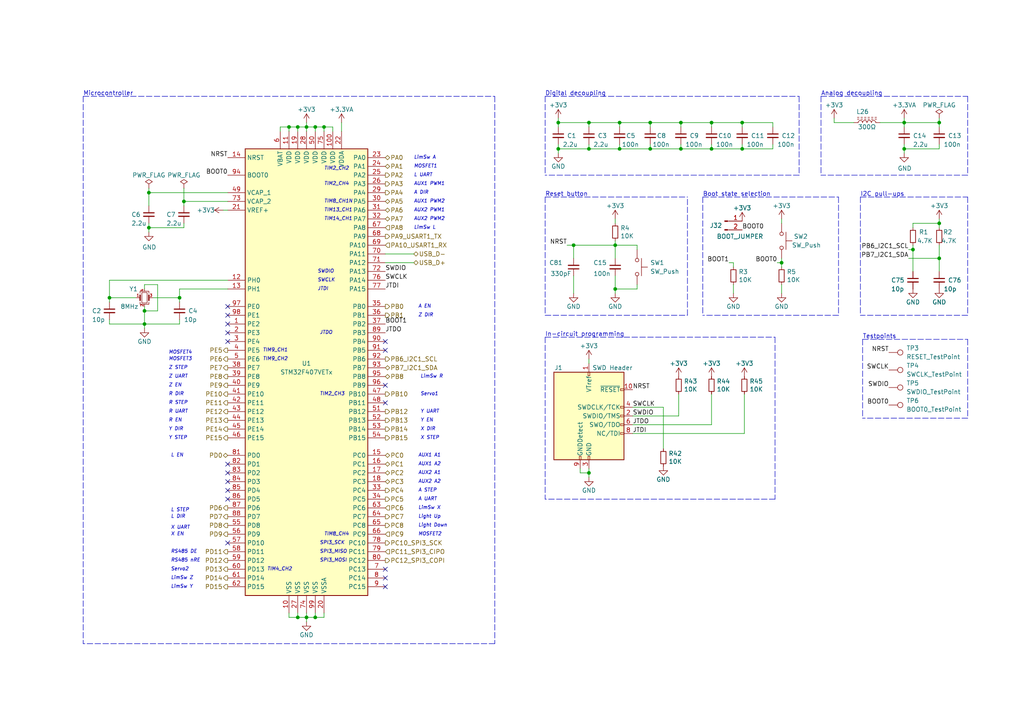
<source format=kicad_sch>
(kicad_sch (version 20211123) (generator eeschema)
  (paper "A4")
  (title_block (title "LumenPnP Motherboard") (date "2022-10-06") (rev "04A") (company "Opulo.io") (comment 1 "Reengineered by Magpie"))
  (lib_symbols
    (symbol "Connector:Conn_01x02_Male" (pin_names (offset 1.016) hide)
      (property "Reference" "J" (at 0 2.54 0))
      (property "Value" "Conn_01x02_Male" (at 0 -5.08 0))
      (symbol "Conn_01x02_Male_1_1"
        (pin passive line (at 5.08 0 180) (length 3.81) (name "Pin_1") (number "1"))
        (pin passive line (at 5.08 -2.54 180) (length 3.81) (name "Pin_2") (number "2"))
      )
    )
    (symbol "Connector:Conn_ARM_JTAG_SWD_10" (pin_names (offset 1.016))
      (property "Reference" "J" (at -2.54 16.51 0))
      (property "Value" "Conn_ARM_JTAG_SWD_10" (at -2.54 13.97 0))
      (symbol "Conn_ARM_JTAG_SWD_10_1_1"
        (pin power_in line (at 0 15.24 270) (length 2.54) (name "VTref") (number "1"))
        (pin open_collector line (at 12.7 7.62 180) (length 2.54) (name "~{RESET}") (number "10"))
        (pin bidirectional line (at 12.7 0 180) (length 2.54) (name "SWDIO/TMS") (number "2"))
        (pin power_in line (at 0 -15.24 90) (length 2.54) (name "GND") (number "3"))
        (pin output line (at 12.7 2.54 180) (length 2.54) (name "SWDCLK/TCK") (number "4"))
        (pin passive line (at 0 -15.24 90) (length 2.54) hide (name "GND") (number "5"))
        (pin input line (at 12.7 -2.54 180) (length 2.54) (name "SWO/TDO") (number "6"))
        (pin no_connect line (at -10.16 0 0) (length 2.54) hide (name "KEY") (number "7"))
        (pin output line (at 12.7 -5.08 180) (length 2.54) (name "NC/TDI") (number "8"))
        (pin passive line (at -2.54 -15.24 90) (length 2.54) (name "GNDDetect") (number "9"))
      )
    )
    (symbol "Connector:TestPoint" (pin_numbers hide) (pin_names (offset 0.762) hide)
      (property "Reference" "TP" (at 0 6.858 0))
      (property "Value" "TestPoint" (at 0 5.08 0))
      (symbol "TestPoint_1_1"
        (pin passive line (at 0 0 90) (length 2.54) (name "1") (number "1"))
      )
    )
    (symbol "Device:300Ω" (pin_numbers hide) (pin_names (offset 1.016) hide)
      (property "Reference" "L?" (at 0 5.3635 90))
      (property "Value" "300Ω" (at 0 2.5884 90))
      (symbol "300Ω_1_1"
        (pin passive line (at 0 3.81 270) (length 1.27) (name "1") (number "1"))
        (pin passive line (at 0 -3.81 90) (length 1.27) (name "2") (number "2"))
      )
    )
    (symbol "Device:C_Small" (pin_numbers hide) (pin_names (offset 0.254) hide)
      (property "Reference" "C" (at 0.254 1.778 0))
      (property "Value" "C_Small" (at 0.254 -2.032 0))
      (symbol "C_Small_1_1"
        (pin passive line (at 0 2.54 270) (length 2.032) (name "~") (number "1"))
        (pin passive line (at 0 -2.54 90) (length 2.032) (name "~") (number "2"))
      )
    )
    (symbol "Device:Crystal_GND24_Small" (pin_names (offset 1.016) hide)
      (property "Reference" "Y" (at 1.27 4.445 0))
      (property "Value" "Crystal_GND24_Small" (at 1.27 2.54 0))
      (symbol "Crystal_GND24_Small_1_1"
        (pin passive line (at -2.54 0 0) (length 1.27) (name "1") (number "1"))
        (pin passive line (at 0 -2.54 90) (length 0.635) (name "2") (number "2"))
        (pin passive line (at 2.54 0 180) (length 1.27) (name "3") (number "3"))
        (pin passive line (at 0 2.54 270) (length 0.635) (name "4") (number "4"))
      )
    )
    (symbol "Device:R_Small" (pin_numbers hide) (pin_names (offset 0.254) hide)
      (property "Reference" "R" (at 0.762 0.508 0))
      (property "Value" "R_Small" (at 0.762 -1.016 0))
      (symbol "R_Small_1_1"
        (pin passive line (at 0 2.54 270) (length 0.762) (name "~") (number "1"))
        (pin passive line (at 0 -2.54 90) (length 0.762) (name "~") (number "2"))
      )
    )
    (symbol "MCU_ST_STM32F4:STM32F407VETx"
      (property "Reference" "U" (at -17.78 64.77 0))
      (property "Value" "STM32F407VETx" (at 12.7 64.77 0))
      (symbol "STM32F407VETx_1_1"
        (pin bidirectional line (at -22.86 12.7 0) (length 5.08) (name "PE2") (number "1"))
        (pin power_in line (at -5.08 -71.12 90) (length 5.08) (name "VSS") (number "10"))
        (pin power_in line (at 7.62 68.58 270) (length 5.08) (name "VDD") (number "100"))
        (pin power_in line (at -5.08 68.58 270) (length 5.08) (name "VDD") (number "11"))
        (pin input line (at -22.86 25.4 0) (length 5.08) (name "PH0") (number "12"))
        (pin input line (at -22.86 22.86 0) (length 5.08) (name "PH1") (number "13"))
        (pin input line (at -22.86 60.96 0) (length 5.08) (name "NRST") (number "14"))
        (pin bidirectional line (at 22.86 -25.4 180) (length 5.08) (name "PC0") (number "15"))
        (pin bidirectional line (at 22.86 -27.94 180) (length 5.08) (name "PC1") (number "16"))
        (pin bidirectional line (at 22.86 -30.48 180) (length 5.08) (name "PC2") (number "17"))
        (pin bidirectional line (at 22.86 -33.02 180) (length 5.08) (name "PC3") (number "18"))
        (pin power_in line (at -2.54 68.58 270) (length 5.08) (name "VDD") (number "19"))
        (pin bidirectional line (at -22.86 10.16 0) (length 5.08) (name "PE3") (number "2"))
        (pin power_in line (at 5.08 -71.12 90) (length 5.08) (name "VSSA") (number "20"))
        (pin power_in line (at -22.86 45.72 0) (length 5.08) (name "VREF+") (number "21"))
        (pin power_in line (at 10.16 68.58 270) (length 5.08) (name "VDDA") (number "22"))
        (pin bidirectional line (at 22.86 60.96 180) (length 5.08) (name "PA0") (number "23"))
        (pin bidirectional line (at 22.86 58.42 180) (length 5.08) (name "PA1") (number "24"))
        (pin bidirectional line (at 22.86 55.88 180) (length 5.08) (name "PA2") (number "25"))
        (pin bidirectional line (at 22.86 53.34 180) (length 5.08) (name "PA3") (number "26"))
        (pin power_in line (at -2.54 -71.12 90) (length 5.08) (name "VSS") (number "27"))
        (pin power_in line (at 0 68.58 270) (length 5.08) (name "VDD") (number "28"))
        (pin bidirectional line (at 22.86 50.8 180) (length 5.08) (name "PA4") (number "29"))
        (pin bidirectional line (at -22.86 7.62 0) (length 5.08) (name "PE4") (number "3"))
        (pin bidirectional line (at 22.86 48.26 180) (length 5.08) (name "PA5") (number "30"))
        (pin bidirectional line (at 22.86 45.72 180) (length 5.08) (name "PA6") (number "31"))
        (pin bidirectional line (at 22.86 43.18 180) (length 5.08) (name "PA7") (number "32"))
        (pin bidirectional line (at 22.86 -35.56 180) (length 5.08) (name "PC4") (number "33"))
        (pin bidirectional line (at 22.86 -38.1 180) (length 5.08) (name "PC5") (number "34"))
        (pin bidirectional line (at 22.86 17.78 180) (length 5.08) (name "PB0") (number "35"))
        (pin bidirectional line (at 22.86 15.24 180) (length 5.08) (name "PB1") (number "36"))
        (pin bidirectional line (at 22.86 12.7 180) (length 5.08) (name "PB2") (number "37"))
        (pin bidirectional line (at -22.86 0 0) (length 5.08) (name "PE7") (number "38"))
        (pin bidirectional line (at -22.86 -2.54 0) (length 5.08) (name "PE8") (number "39"))
        (pin bidirectional line (at -22.86 5.08 0) (length 5.08) (name "PE5") (number "4"))
        (pin bidirectional line (at -22.86 -5.08 0) (length 5.08) (name "PE9") (number "40"))
        (pin bidirectional line (at -22.86 -7.62 0) (length 5.08) (name "PE10") (number "41"))
        (pin bidirectional line (at -22.86 -10.16 0) (length 5.08) (name "PE11") (number "42"))
        (pin bidirectional line (at -22.86 -12.7 0) (length 5.08) (name "PE12") (number "43"))
        (pin bidirectional line (at -22.86 -15.24 0) (length 5.08) (name "PE13") (number "44"))
        (pin bidirectional line (at -22.86 -17.78 0) (length 5.08) (name "PE14") (number "45"))
        (pin bidirectional line (at -22.86 -20.32 0) (length 5.08) (name "PE15") (number "46"))
        (pin bidirectional line (at 22.86 -7.62 180) (length 5.08) (name "PB10") (number "47"))
        (pin bidirectional line (at 22.86 -10.16 180) (length 5.08) (name "PB11") (number "48"))
        (pin power_in line (at -22.86 50.8 0) (length 5.08) (name "VCAP_1") (number "49"))
        (pin bidirectional line (at -22.86 2.54 0) (length 5.08) (name "PE6") (number "5"))
        (pin power_in line (at 2.54 68.58 270) (length 5.08) (name "VDD") (number "50"))
        (pin bidirectional line (at 22.86 -12.7 180) (length 5.08) (name "PB12") (number "51"))
        (pin bidirectional line (at 22.86 -15.24 180) (length 5.08) (name "PB13") (number "52"))
        (pin bidirectional line (at 22.86 -17.78 180) (length 5.08) (name "PB14") (number "53"))
        (pin bidirectional line (at 22.86 -20.32 180) (length 5.08) (name "PB15") (number "54"))
        (pin bidirectional line (at -22.86 -45.72 0) (length 5.08) (name "PD8") (number "55"))
        (pin bidirectional line (at -22.86 -48.26 0) (length 5.08) (name "PD9") (number "56"))
        (pin bidirectional line (at -22.86 -50.8 0) (length 5.08) (name "PD10") (number "57"))
        (pin bidirectional line (at -22.86 -53.34 0) (length 5.08) (name "PD11") (number "58"))
        (pin bidirectional line (at -22.86 -55.88 0) (length 5.08) (name "PD12") (number "59"))
        (pin power_in line (at -7.62 68.58 270) (length 5.08) (name "VBAT") (number "6"))
        (pin bidirectional line (at -22.86 -58.42 0) (length 5.08) (name "PD13") (number "60"))
        (pin bidirectional line (at -22.86 -60.96 0) (length 5.08) (name "PD14") (number "61"))
        (pin bidirectional line (at -22.86 -63.5 0) (length 5.08) (name "PD15") (number "62"))
        (pin bidirectional line (at 22.86 -40.64 180) (length 5.08) (name "PC6") (number "63"))
        (pin bidirectional line (at 22.86 -43.18 180) (length 5.08) (name "PC7") (number "64"))
        (pin bidirectional line (at 22.86 -45.72 180) (length 5.08) (name "PC8") (number "65"))
        (pin bidirectional line (at 22.86 -48.26 180) (length 5.08) (name "PC9") (number "66"))
        (pin bidirectional line (at 22.86 40.64 180) (length 5.08) (name "PA8") (number "67"))
        (pin bidirectional line (at 22.86 38.1 180) (length 5.08) (name "PA9") (number "68"))
        (pin bidirectional line (at 22.86 35.56 180) (length 5.08) (name "PA10") (number "69"))
        (pin bidirectional line (at 22.86 -58.42 180) (length 5.08) (name "PC13") (number "7"))
        (pin bidirectional line (at 22.86 33.02 180) (length 5.08) (name "PA11") (number "70"))
        (pin bidirectional line (at 22.86 30.48 180) (length 5.08) (name "PA12") (number "71"))
        (pin bidirectional line (at 22.86 27.94 180) (length 5.08) (name "PA13") (number "72"))
        (pin power_in line (at -22.86 48.26 0) (length 5.08) (name "VCAP_2") (number "73"))
        (pin power_in line (at 0 -71.12 90) (length 5.08) (name "VSS") (number "74"))
        (pin power_in line (at 5.08 68.58 270) (length 5.08) (name "VDD") (number "75"))
        (pin bidirectional line (at 22.86 25.4 180) (length 5.08) (name "PA14") (number "76"))
        (pin bidirectional line (at 22.86 22.86 180) (length 5.08) (name "PA15") (number "77"))
        (pin bidirectional line (at 22.86 -50.8 180) (length 5.08) (name "PC10") (number "78"))
        (pin bidirectional line (at 22.86 -53.34 180) (length 5.08) (name "PC11") (number "79"))
        (pin bidirectional line (at 22.86 -60.96 180) (length 5.08) (name "PC14") (number "8"))
        (pin bidirectional line (at 22.86 -55.88 180) (length 5.08) (name "PC12") (number "80"))
        (pin bidirectional line (at -22.86 -25.4 0) (length 5.08) (name "PD0") (number "81"))
        (pin bidirectional line (at -22.86 -27.94 0) (length 5.08) (name "PD1") (number "82"))
        (pin bidirectional line (at -22.86 -30.48 0) (length 5.08) (name "PD2") (number "83"))
        (pin bidirectional line (at -22.86 -33.02 0) (length 5.08) (name "PD3") (number "84"))
        (pin bidirectional line (at -22.86 -35.56 0) (length 5.08) (name "PD4") (number "85"))
        (pin bidirectional line (at -22.86 -38.1 0) (length 5.08) (name "PD5") (number "86"))
        (pin bidirectional line (at -22.86 -40.64 0) (length 5.08) (name "PD6") (number "87"))
        (pin bidirectional line (at -22.86 -43.18 0) (length 5.08) (name "PD7") (number "88"))
        (pin bidirectional line (at 22.86 10.16 180) (length 5.08) (name "PB3") (number "89"))
        (pin bidirectional line (at 22.86 -63.5 180) (length 5.08) (name "PC15") (number "9"))
        (pin bidirectional line (at 22.86 7.62 180) (length 5.08) (name "PB4") (number "90"))
        (pin bidirectional line (at 22.86 5.08 180) (length 5.08) (name "PB5") (number "91"))
        (pin bidirectional line (at 22.86 2.54 180) (length 5.08) (name "PB6") (number "92"))
        (pin bidirectional line (at 22.86 0 180) (length 5.08) (name "PB7") (number "93"))
        (pin input line (at -22.86 55.88 0) (length 5.08) (name "BOOT0") (number "94"))
        (pin bidirectional line (at 22.86 -2.54 180) (length 5.08) (name "PB8") (number "95"))
        (pin bidirectional line (at 22.86 -5.08 180) (length 5.08) (name "PB9") (number "96"))
        (pin bidirectional line (at -22.86 17.78 0) (length 5.08) (name "PE0") (number "97"))
        (pin bidirectional line (at -22.86 15.24 0) (length 5.08) (name "PE1") (number "98"))
        (pin power_in line (at 2.54 -71.12 90) (length 5.08) (name "VSS") (number "99"))
      )
    )
    (symbol "Switch:SW_Push" (pin_numbers hide) (pin_names (offset 1.016) hide)
      (property "Reference" "SW" (at 1.27 2.54 0))
      (property "Value" "SW_Push" (at 0 -1.524 0))
      (symbol "SW_Push_0_1"
        (pin passive line (at -5.08 0 0) (length 2.54) (name "1") (number "1"))
        (pin passive line (at 5.08 0 180) (length 2.54) (name "2") (number "2"))
      )
    )
    (symbol "power:+3.3V" (power) (pin_names (offset 0))
      (property "Value" "+3.3V" (at 0 3.556 0))
      (symbol "+3.3V_1_1"
        (pin power_in line (at 0 0 90) (length 0) hide (name "+3V3") (number "1"))
      )
    )
    (symbol "power:+3.3VA" (power) (pin_names (offset 0))
      (property "Value" "+3.3VA" (at 0 3.556 0))
      (symbol "+3.3VA_1_1"
        (pin power_in line (at 0 0 90) (length 0) hide (name "+3.3VA") (number "1"))
      )
    )
    (symbol "power:+3V3" (power) (pin_names (offset 0))
      (property "Value" "+3V3" (at 0 3.556 0))
      (symbol "+3V3_1_1"
        (pin power_in line (at 0 0 90) (length 0) hide (name "+3V3") (number "1"))
      )
    )
    (symbol "power:GND" (power) (pin_names (offset 0))
      (property "Value" "GND" (at 0 -3.81 0))
      (symbol "GND_1_1"
        (pin power_in line (at 0 0 270) (length 0) hide (name "GND") (number "1"))
      )
    )
    (symbol "power:PWR_FLAG" (power) (pin_numbers hide) (pin_names (offset 0) hide)
      (property "Value" "PWR_FLAG" (at 0 3.81 0))
      (symbol "PWR_FLAG_0_0"
        (pin power_out line (at 0 0 90) (length 0) (name "pwr") (number "1"))
      )
    )
  )
  (junction (at 188.595 43.18))
  (junction (at 262.255 35.56))
  (junction (at 206.375 43.18))
  (junction (at 91.44 179.07))
  (junction (at 272.415 64.77))
  (junction (at 88.9 179.07))
  (junction (at 226.695 76.2))
  (junction (at 31.75 86.36))
  (junction (at 41.91 93.98))
  (junction (at 178.435 83.82))
  (junction (at 53.34 58.42))
  (junction (at 262.255 43.18))
  (junction (at 188.595 35.56))
  (junction (at 179.705 35.56))
  (junction (at 43.18 66.04))
  (junction (at 88.9 36.83))
  (junction (at 86.36 179.07))
  (junction (at 43.18 55.88))
  (junction (at 170.815 137.16))
  (junction (at 170.815 35.56))
  (junction (at 197.485 35.56))
  (junction (at 264.795 72.39))
  (junction (at 86.36 36.83))
  (junction (at 161.925 43.18))
  (junction (at 52.07 86.36))
  (junction (at 166.37 71.12))
  (junction (at 93.98 36.83))
  (junction (at 215.265 43.18))
  (junction (at 170.815 43.18))
  (junction (at 272.415 74.93))
  (junction (at 83.82 36.83))
  (junction (at 41.91 90.17))
  (junction (at 178.435 71.12))
  (junction (at 91.44 36.83))
  (junction (at 161.925 35.56))
  (junction (at 206.375 35.56))
  (junction (at 179.705 43.18))
  (junction (at 215.265 35.56))
  (junction (at 272.415 35.56))
  (junction (at 197.485 43.18))
  (no_connect (at 66.04 157.48))
  (no_connect (at 111.76 111.76))
  (no_connect (at 111.76 116.84))
  (no_connect (at 66.04 99.06))
  (no_connect (at 66.04 134.62))
  (no_connect (at 66.04 93.98))
  (no_connect (at 66.04 142.24))
  (no_connect (at 66.04 137.16))
  (no_connect (at 66.04 144.78))
  (no_connect (at 66.04 91.44))
  (no_connect (at 111.76 165.1))
  (no_connect (at 66.04 88.9))
  (no_connect (at 111.76 101.6))
  (no_connect (at 66.04 96.52))
  (no_connect (at 111.76 167.64))
  (no_connect (at 66.04 139.7))
  (no_connect (at 111.76 99.06))
  (no_connect (at 111.76 170.18))
  (wire (pts (xy 224.155 41.91) (xy 224.155 43.18)))
  (wire (pts (xy 170.815 35.56) (xy 179.705 35.56)))
  (wire (pts (xy 93.98 179.07) (xy 93.98 177.8)))
  (wire (pts (xy 224.155 35.56) (xy 224.155 36.83)))
  (wire (pts (xy 161.925 43.18) (xy 161.925 41.91)))
  (wire (pts (xy 31.75 87.63) (xy 31.75 86.36)))
  (wire (pts (xy 226.695 74.93) (xy 226.695 76.2)))
  (wire (pts (xy 161.925 36.83) (xy 161.925 35.56)))
  (polyline (pts (xy 224.79 97.79) (xy 224.79 144.78)))
  (polyline (pts (xy 231.775 27.94) (xy 231.775 50.8)))
  (wire (pts (xy 188.595 35.56) (xy 188.595 36.83)))
  (polyline (pts (xy 243.205 57.15) (xy 243.205 91.44)))
  (wire (pts (xy 66.04 83.82) (xy 52.07 83.82)))
  (wire (pts (xy 241.935 35.56) (xy 247.65 35.56)))
  (wire (pts (xy 225.425 76.2) (xy 226.695 76.2)))
  (wire (pts (xy 41.91 82.55) (xy 45.72 82.55)))
  (wire (pts (xy 88.9 177.8) (xy 88.9 179.07)))
  (polyline (pts (xy 158.115 97.79) (xy 158.115 144.78)))
  (wire (pts (xy 45.72 82.55) (xy 45.72 90.17)))
  (wire (pts (xy 192.405 118.11) (xy 183.515 118.11)))
  (wire (pts (xy 96.52 36.83) (xy 96.52 38.1)))
  (wire (pts (xy 262.255 36.83) (xy 262.255 35.56)))
  (wire (pts (xy 99.06 35.56) (xy 99.06 38.1)))
  (polyline (pts (xy 280.67 27.94) (xy 280.67 50.8)))
  (polyline (pts (xy 24.13 27.94) (xy 143.51 27.94)))
  (polyline (pts (xy 249.555 57.15) (xy 249.555 91.44)))
  (wire (pts (xy 241.935 34.29) (xy 241.935 35.56)))
  (wire (pts (xy 196.85 120.65) (xy 183.515 120.65)))
  (wire (pts (xy 41.91 93.98) (xy 41.91 95.25)))
  (wire (pts (xy 170.815 35.56) (xy 170.815 36.83)))
  (wire (pts (xy 166.37 71.12) (xy 166.37 74.93)))
  (wire (pts (xy 52.07 92.71) (xy 52.07 93.98)))
  (wire (pts (xy 272.415 35.56) (xy 272.415 36.83)))
  (polyline (pts (xy 243.205 91.44) (xy 203.835 91.44)))
  (wire (pts (xy 161.925 35.56) (xy 170.815 35.56)))
  (wire (pts (xy 168.275 137.16) (xy 170.815 137.16)))
  (wire (pts (xy 120.015 73.66) (xy 111.76 73.66)))
  (wire (pts (xy 272.415 43.18) (xy 262.255 43.18)))
  (polyline (pts (xy 203.835 57.15) (xy 243.205 57.15)))
  (wire (pts (xy 184.785 83.82) (xy 184.785 82.55)))
  (wire (pts (xy 31.75 92.71) (xy 31.75 93.98)))
  (wire (pts (xy 179.705 43.18) (xy 179.705 41.91)))
  (wire (pts (xy 31.75 93.98) (xy 41.91 93.98)))
  (wire (pts (xy 91.44 36.83) (xy 91.44 38.1)))
  (polyline (pts (xy 250.19 98.425) (xy 250.19 121.285)))
  (wire (pts (xy 83.82 36.83) (xy 83.82 38.1)))
  (polyline (pts (xy 238.125 27.94) (xy 280.67 27.94)))
  (wire (pts (xy 184.785 72.39) (xy 184.785 71.12)))
  (wire (pts (xy 206.375 35.56) (xy 206.375 36.83)))
  (wire (pts (xy 178.435 83.82) (xy 184.785 83.82)))
  (wire (pts (xy 170.815 137.16) (xy 170.815 135.89)))
  (polyline (pts (xy 158.115 57.15) (xy 158.115 91.44)))
  (wire (pts (xy 88.9 36.83) (xy 91.44 36.83)))
  (wire (pts (xy 43.18 66.04) (xy 53.34 66.04)))
  (wire (pts (xy 53.34 64.77) (xy 53.34 66.04)))
  (polyline (pts (xy 280.67 98.425) (xy 280.67 121.285)))
  (wire (pts (xy 272.415 64.77) (xy 272.415 66.04)))
  (wire (pts (xy 263.525 72.39) (xy 264.795 72.39)))
  (wire (pts (xy 206.375 114.3) (xy 206.375 123.19)))
  (wire (pts (xy 86.36 177.8) (xy 86.36 179.07)))
  (polyline (pts (xy 280.67 57.15) (xy 280.67 91.44)))
  (wire (pts (xy 53.34 58.42) (xy 66.04 58.42)))
  (wire (pts (xy 120.015 76.2) (xy 111.76 76.2)))
  (wire (pts (xy 88.9 179.07) (xy 88.9 180.34)))
  (polyline (pts (xy 224.79 144.78) (xy 158.115 144.78)))
  (wire (pts (xy 43.18 64.77) (xy 43.18 66.04)))
  (wire (pts (xy 81.28 36.83) (xy 83.82 36.83)))
  (polyline (pts (xy 143.51 186.69) (xy 24.13 186.69)))
  (polyline (pts (xy 158.115 57.15) (xy 199.39 57.15)))
  (wire (pts (xy 178.435 80.01) (xy 178.435 83.82)))
  (polyline (pts (xy 280.67 50.8) (xy 238.125 50.8)))
  (wire (pts (xy 170.815 104.14) (xy 170.815 105.41)))
  (wire (pts (xy 178.435 71.12) (xy 178.435 74.93)))
  (wire (pts (xy 83.82 177.8) (xy 83.82 179.07)))
  (wire (pts (xy 272.415 74.93) (xy 272.415 78.74)))
  (wire (pts (xy 81.28 38.1) (xy 81.28 36.83)))
  (wire (pts (xy 43.18 55.88) (xy 66.04 55.88)))
  (polyline (pts (xy 249.555 57.15) (xy 280.67 57.15)))
  (wire (pts (xy 188.595 35.56) (xy 197.485 35.56)))
  (wire (pts (xy 215.9 125.73) (xy 183.515 125.73)))
  (wire (pts (xy 262.255 43.18) (xy 262.255 41.91)))
  (wire (pts (xy 263.525 74.93) (xy 272.415 74.93)))
  (wire (pts (xy 178.435 71.12) (xy 178.435 69.85)))
  (wire (pts (xy 88.9 35.56) (xy 88.9 36.83)))
  (wire (pts (xy 52.07 83.82) (xy 52.07 86.36)))
  (polyline (pts (xy 280.67 121.285) (xy 250.19 121.285)))
  (wire (pts (xy 43.18 55.88) (xy 43.18 59.69)))
  (wire (pts (xy 31.75 86.36) (xy 39.37 86.36)))
  (wire (pts (xy 41.91 83.82) (xy 41.91 82.55)))
  (wire (pts (xy 215.265 35.56) (xy 215.265 36.83)))
  (wire (pts (xy 197.485 35.56) (xy 197.485 36.83)))
  (wire (pts (xy 170.815 43.18) (xy 161.925 43.18)))
  (wire (pts (xy 86.36 36.83) (xy 88.9 36.83)))
  (wire (pts (xy 272.415 34.29) (xy 272.415 35.56)))
  (wire (pts (xy 91.44 179.07) (xy 93.98 179.07)))
  (wire (pts (xy 43.18 54.61) (xy 43.18 55.88)))
  (wire (pts (xy 262.255 43.18) (xy 262.255 44.45)))
  (wire (pts (xy 212.725 76.2) (xy 212.725 77.47)))
  (wire (pts (xy 224.155 43.18) (xy 215.265 43.18)))
  (wire (pts (xy 83.82 36.83) (xy 86.36 36.83)))
  (wire (pts (xy 53.34 54.61) (xy 53.34 58.42)))
  (wire (pts (xy 262.255 35.56) (xy 272.415 35.56)))
  (wire (pts (xy 170.815 43.18) (xy 170.815 41.91)))
  (polyline (pts (xy 199.39 91.44) (xy 199.39 57.15)))
  (wire (pts (xy 264.795 64.77) (xy 264.795 66.04)))
  (wire (pts (xy 211.455 76.2) (xy 212.725 76.2)))
  (wire (pts (xy 226.695 63.5) (xy 226.695 64.77)))
  (wire (pts (xy 88.9 36.83) (xy 88.9 38.1)))
  (wire (pts (xy 226.695 82.55) (xy 226.695 85.09)))
  (wire (pts (xy 44.45 86.36) (xy 52.07 86.36)))
  (wire (pts (xy 91.44 177.8) (xy 91.44 179.07)))
  (wire (pts (xy 188.595 43.18) (xy 179.705 43.18)))
  (wire (pts (xy 31.75 81.28) (xy 31.75 86.36)))
  (wire (pts (xy 93.98 36.83) (xy 93.98 38.1)))
  (wire (pts (xy 272.415 41.91) (xy 272.415 43.18)))
  (polyline (pts (xy 238.125 27.94) (xy 238.125 50.8)))
  (polyline (pts (xy 203.835 57.15) (xy 203.835 91.44)))
  (wire (pts (xy 206.375 35.56) (xy 215.265 35.56)))
  (wire (pts (xy 53.34 58.42) (xy 53.34 59.69)))
  (wire (pts (xy 178.435 63.5) (xy 178.435 64.77)))
  (polyline (pts (xy 280.67 91.44) (xy 249.555 91.44)))
  (wire (pts (xy 272.415 63.5) (xy 272.415 64.77)))
  (wire (pts (xy 272.415 71.12) (xy 272.415 74.93)))
  (wire (pts (xy 168.275 137.16) (xy 168.275 135.89)))
  (wire (pts (xy 215.265 43.18) (xy 215.265 41.91)))
  (polyline (pts (xy 158.115 91.44) (xy 199.39 91.44)))
  (wire (pts (xy 262.255 34.29) (xy 262.255 35.56)))
  (wire (pts (xy 88.9 179.07) (xy 91.44 179.07)))
  (wire (pts (xy 86.36 179.07) (xy 88.9 179.07)))
  (wire (pts (xy 86.36 36.83) (xy 86.36 38.1)))
  (wire (pts (xy 52.07 86.36) (xy 52.07 87.63)))
  (wire (pts (xy 255.27 35.56) (xy 262.255 35.56)))
  (wire (pts (xy 41.91 88.9) (xy 41.91 90.17)))
  (wire (pts (xy 197.485 35.56) (xy 206.375 35.56)))
  (wire (pts (xy 41.91 93.98) (xy 52.07 93.98)))
  (wire (pts (xy 41.91 90.17) (xy 45.72 90.17)))
  (polyline (pts (xy 158.115 97.79) (xy 224.79 97.79)))
  (wire (pts (xy 43.18 66.04) (xy 43.18 67.31)))
  (wire (pts (xy 179.705 35.56) (xy 179.705 36.83)))
  (wire (pts (xy 161.925 43.18) (xy 161.925 44.45)))
  (polyline (pts (xy 158.115 27.94) (xy 231.775 27.94)))
  (wire (pts (xy 264.795 72.39) (xy 264.795 78.74)))
  (wire (pts (xy 184.785 71.12) (xy 178.435 71.12)))
  (polyline (pts (xy 250.19 98.425) (xy 280.67 98.425)))
  (wire (pts (xy 206.375 43.18) (xy 206.375 41.91)))
  (wire (pts (xy 161.925 34.29) (xy 161.925 35.56)))
  (wire (pts (xy 215.265 35.56) (xy 224.155 35.56)))
  (wire (pts (xy 212.725 82.55) (xy 212.725 85.09)))
  (wire (pts (xy 206.375 43.18) (xy 197.485 43.18)))
  (wire (pts (xy 166.37 80.01) (xy 166.37 85.09)))
  (wire (pts (xy 91.44 36.83) (xy 93.98 36.83)))
  (wire (pts (xy 164.465 71.12) (xy 166.37 71.12)))
  (wire (pts (xy 197.485 43.18) (xy 188.595 43.18)))
  (wire (pts (xy 206.375 123.19) (xy 183.515 123.19)))
  (wire (pts (xy 166.37 71.12) (xy 178.435 71.12)))
  (wire (pts (xy 41.91 90.17) (xy 41.91 93.98)))
  (wire (pts (xy 188.595 43.18) (xy 188.595 41.91)))
  (polyline (pts (xy 24.13 27.94) (xy 24.13 186.69)))
  (wire (pts (xy 264.795 64.77) (xy 272.415 64.77)))
  (wire (pts (xy 192.405 130.175) (xy 192.405 118.11)))
  (wire (pts (xy 196.85 114.3) (xy 196.85 120.65)))
  (wire (pts (xy 64.77 60.96) (xy 66.04 60.96)))
  (wire (pts (xy 31.75 81.28) (xy 66.04 81.28)))
  (polyline (pts (xy 231.775 50.8) (xy 158.115 50.8)))
  (wire (pts (xy 179.705 35.56) (xy 188.595 35.56)))
  (polyline (pts (xy 143.51 27.94) (xy 143.51 186.69)))
  (wire (pts (xy 215.265 43.18) (xy 206.375 43.18)))
  (wire (pts (xy 226.695 76.2) (xy 226.695 77.47)))
  (wire (pts (xy 93.98 36.83) (xy 96.52 36.83)))
  (wire (pts (xy 215.9 114.3) (xy 215.9 125.73)))
  (wire (pts (xy 83.82 179.07) (xy 86.36 179.07)))
  (wire (pts (xy 170.815 137.16) (xy 170.815 138.43)))
  (wire (pts (xy 197.485 43.18) (xy 197.485 41.91)))
  (polyline (pts (xy 158.115 27.94) (xy 158.115 50.8)))
  (wire (pts (xy 178.435 83.82) (xy 178.435 85.09)))
  (wire (pts (xy 179.705 43.18) (xy 170.815 43.18)))
  (wire (pts (xy 264.795 72.39) (xy 264.795 71.12)))
  (text "R EN" (at 48.895 122.555 0) (effects (font (size 1 1) italic) (justify left bottom)))
  (text "LimSw L" (at 120.015 66.675 0) (effects (font (size 1 1) italic) (justify left bottom)))
  (text "Analog decoupling" (at 238.125 27.94 0) (effects (font (size 1.27 1.27)) (justify left bottom)))
  (text "SWDIO" (at 92.075 79.375 0) (effects (font (size 1 1) italic) (justify left bottom)))
  (text "Light Up" (at 121.285 150.495 0) (effects (font (size 1 1) italic) (justify left bottom)))
  (text "Reset button" (at 158.115 57.15 0) (effects (font (size 1.27 1.27)) (justify left bottom)))
  (text "X EN" (at 49.53 155.575 0) (effects (font (size 1 1) italic) (justify left bottom)))
  (text "X UART" (at 49.53 153.67 0) (effects (font (size 1 1) italic) (justify left bottom)))
  (text "TIM9_CH2" (at 76.2 104.775 0) (effects (font (size 1 1) italic) (justify left bottom)))
  (text "Y DIR" (at 48.895 125.095 0) (effects (font (size 1 1) italic) (justify left bottom)))
  (text "TIM2_CH3" (at 92.71 114.935 0) (effects (font (size 1 1) italic) (justify left bottom)))
  (text "Microcontroller" (at 24.13 27.94 0) (effects (font (size 1.27 1.27)) (justify left bottom)))
  (text "TIM8_CH1N" (at 93.98 59.055 0) (effects (font (size 1 1) italic) (justify left bottom)))
  (text "AUX2 PWM1" (at 120.015 61.595 0) (effects (font (size 1 1) italic) (justify left bottom)))
  (text "Servo1" (at 121.92 114.935 0) (effects (font (size 1 1) italic) (justify left bottom)))
  (text "Boot state selection" (at 203.835 57.15 0) (effects (font (size 1.27 1.27)) (justify left bottom)))
  (text "Digital decoupling" (at 158.115 27.94 0) (effects (font (size 1.27 1.27)) (justify left bottom)))
  (text "L UART" (at 120.015 51.435 0) (effects (font (size 1 1) italic) (justify left bottom)))
  (text "AUX1 A1" (at 121.285 132.715 0) (effects (font (size 1 1) italic) (justify left bottom)))
  (text "Z STEP" (at 48.895 107.315 0) (effects (font (size 1 1) italic) (justify left bottom)))
  (text "SPI3_SCK" (at 92.71 158.115 0) (effects (font (size 1 1) italic) (justify left bottom)))
  (text "MOSFET4" (at 48.895 102.87 0) (effects (font (size 1 1) italic) (justify left bottom)))
  (text "RS485 nRE" (at 49.53 163.195 0) (effects (font (size 1 1) italic) (justify left bottom)))
  (text "AUX1 PWM2" (at 120.015 59.055 0) (effects (font (size 1 1) italic) (justify left bottom)))
  (text "X STEP" (at 121.92 127.635 0) (effects (font (size 1 1) italic) (justify left bottom)))
  (text "JTDO" (at 92.71 97.155 0) (effects (font (size 1 1) italic) (justify left bottom)))
  (text "LimSw R" (at 121.92 109.855 0) (effects (font (size 1 1) italic) (justify left bottom)))
  (text "TIM14_CH1" (at 93.98 64.135 0) (effects (font (size 1 1) italic) (justify left bottom)))
  (text "Z DIR" (at 121.285 92.075 0) (effects (font (size 1 1) italic) (justify left bottom)))
  (text "Z EN" (at 48.895 112.395 0) (effects (font (size 1 1) italic) (justify left bottom)))
  (text "LimSw X" (at 121.285 147.955 0) (effects (font (size 1 1) italic) (justify left bottom)))
  (text "L EN" (at 49.53 132.715 0) (effects (font (size 1 1) italic) (justify left bottom)))
  (text "A UART" (at 121.285 145.415 0) (effects (font (size 1 1) italic) (justify left bottom)))
  (text "Light Down" (at 121.285 153.035 0) (effects (font (size 1 1) italic) (justify left bottom)))
  (text "AUX2 A1" (at 121.285 137.795 0) (effects (font (size 1 1) italic) (justify left bottom)))
  (text "SPI3_MISO" (at 92.71 160.655 0) (effects (font (size 1 1) italic) (justify left bottom)))
  (text "Y UART" (at 121.92 120.015 0) (effects (font (size 1 1) italic) (justify left bottom)))
  (text "L STEP" (at 49.53 148.59 0) (effects (font (size 1 1) italic) (justify left bottom)))
  (text "TIM8_CH4" (at 93.98 155.575 0) (effects (font (size 1 1) italic) (justify left bottom)))
  (text "R UART" (at 48.895 120.015 0) (effects (font (size 1 1) italic) (justify left bottom)))
  (text "TIM9_CH1" (at 76.2 102.235 0) (effects (font (size 1 1) italic) (justify left bottom)))
  (text "AUX2 PWM2" (at 120.015 64.135 0) (effects (font (size 1 1) italic) (justify left bottom)))
  (text "RS485 DE" (at 49.53 160.655 0) (effects (font (size 1 1) italic) (justify left bottom)))
  (text "R DIR" (at 48.895 114.935 0) (effects (font (size 1 1) italic) (justify left bottom)))
  (text "TIM2_CH2" (at 93.98 49.53 0) (effects (font (size 1 1) italic) (justify left bottom)))
  (text "TIM2_CH4" (at 93.98 53.975 0) (effects (font (size 1 1) italic) (justify left bottom)))
  (text "Y STEP" (at 48.895 127.635 0) (effects (font (size 1 1) italic) (justify left bottom)))
  (text "LimSw A" (at 120.015 46.355 0) (effects (font (size 1 1) italic) (justify left bottom)))
  (text "Servo2" (at 49.53 165.735 0) (effects (font (size 1 1) italic) (justify left bottom)))
  (text "MOSFET2" (at 121.285 155.575 0) (effects (font (size 1 1) italic) (justify left bottom)))
  (text "MOSFET3" (at 48.895 104.775 0) (effects (font (size 1 1) italic) (justify left bottom)))
  (text "AUX1 PWM1" (at 120.015 53.975 0) (effects (font (size 1 1) italic) (justify left bottom)))
  (text "X DIR" (at 121.92 125.095 0) (effects (font (size 1 1) italic) (justify left bottom)))
  (text "A STEP" (at 121.285 142.875 0) (effects (font (size 1 1) italic) (justify left bottom)))
  (text "A DIR" (at 120.015 56.515 0) (effects (font (size 1 1) italic) (justify left bottom)))
  (text "R STEP" (at 48.895 117.475 0) (effects (font (size 1 1) italic) (justify left bottom)))
  (text "Z UART" (at 48.895 109.855 0) (effects (font (size 1 1) italic) (justify left bottom)))
  (text "LimSw Z" (at 49.53 168.275 0) (effects (font (size 1 1) italic) (justify left bottom)))
  (text "Testpoints" (at 250.19 98.425 0) (effects (font (size 1.27 1.27)) (justify left bottom)))
  (text "TIM4_CH2" (at 77.47 165.735 0) (effects (font (size 1 1) italic) (justify left bottom)))
  (text "In-circuit programming" (at 158.115 97.79 0) (effects (font (size 1.27 1.27)) (justify left bottom)))
  (text "L DIR" (at 49.53 150.495 0) (effects (font (size 1 1) italic) (justify left bottom)))
  (text "SPI3_MOSI" (at 92.71 163.195 0) (effects (font (size 1 1) italic) (justify left bottom)))
  (text "MOSFET1" (at 120.015 48.895 0) (effects (font (size 1 1) italic) (justify left bottom)))
  (text "AUX2 A2" (at 121.285 140.335 0) (effects (font (size 1 1) italic) (justify left bottom)))
  (text "Y EN" (at 121.92 122.555 0) (effects (font (size 1 1) italic) (justify left bottom)))
  (text "SWCLK" (at 92.075 81.915 0) (effects (font (size 1 1) italic) (justify left bottom)))
  (text "I2C pull-ups" (at 249.555 57.15 0) (effects (font (size 1.27 1.27)) (justify left bottom)))
  (text "JTDI" (at 92.075 84.455 0) (effects (font (size 1 1) italic) (justify left bottom)))
  (text "AUX1 A2" (at 121.285 135.255 0) (effects (font (size 1 1) italic) (justify left bottom)))
  (text "LimSw Y" (at 49.53 170.815 0) (effects (font (size 1 1) italic) (justify left bottom)))
  (text "A EN" (at 121.285 89.535 0) (effects (font (size 1 1) italic) (justify left bottom)))
  (text "TIM13_CH1" (at 93.98 61.595 0) (effects (font (size 1 1) italic) (justify left bottom)))
  (label "JTDO" (at 111.76 96.52 0))
  (label "BOOT1" (at 211.455 76.2 180))
  (label "SWCLK" (at 111.76 81.28 0))
  (label "SWDIO" (at 111.76 78.74 0))
  (label "JTDI" (at 183.515 125.73 0))
  (label "BOOT0" (at 257.81 117.475 180))
  (label "BOOT1" (at 111.76 93.98 0))
  (label "SWDIO" (at 257.81 112.395 180))
  (label "NRST" (at 66.04 45.72 180))
  (label "NRST" (at 257.81 102.235 180))
  (label "BOOT0" (at 225.425 76.2 180))
  (label "JTDO" (at 183.515 123.19 0))
  (label "NRST" (at 183.515 113.03 0))
  (label "SWDIO" (at 183.515 120.65 0))
  (label "JTDI" (at 111.76 83.82 0))
  (label "BOOT0" (at 66.04 50.8 180))
  (label "SWCLK" (at 183.515 118.11 0))
  (label "SWCLK" (at 257.81 107.315 180))
  (label "PB7_I2C1_SDA" (at 263.525 74.93 180))
  (label "PB6_I2C1_SCL" (at 263.525 72.39 180))
  (label "BOOT0" (at 215.265 66.675 0))
  (label "NRST" (at 164.465 71.12 180))
  (hierarchical_label "PC11_SPI3_CIPO" (shape input) (at 111.76 160.02 0))
  (hierarchical_label "PE9" (shape output) (at 66.04 111.76 180))
  (hierarchical_label "PB12" (shape output) (at 111.76 119.38 0))
  (hierarchical_label "PC5" (shape output) (at 111.76 144.78 0))
  (hierarchical_label "PB14" (shape output) (at 111.76 124.46 0))
  (hierarchical_label "PC0" (shape bidirectional) (at 111.76 132.08 0))
  (hierarchical_label "PB10" (shape output) (at 111.76 114.3 0))
  (hierarchical_label "PC12_SPI3_COPI" (shape output) (at 111.76 162.56 0))
  (hierarchical_label "PC2" (shape bidirectional) (at 111.76 137.16 0))
  (hierarchical_label "PD8" (shape output) (at 66.04 152.4 180))
  (hierarchical_label "PC6" (shape input) (at 111.76 147.32 0))
  (hierarchical_label "PD7" (shape output) (at 66.04 149.86 180))
  (hierarchical_label "PA5" (shape bidirectional) (at 111.76 58.42 0))
  (hierarchical_label "PA0" (shape bidirectional) (at 111.76 45.72 0))
  (hierarchical_label "PC4" (shape output) (at 111.76 142.24 0))
  (hierarchical_label "PA7" (shape bidirectional) (at 111.76 63.5 0))
  (hierarchical_label "PB1" (shape output) (at 111.76 91.44 0))
  (hierarchical_label "PE13" (shape output) (at 66.04 121.92 180))
  (hierarchical_label "PE11" (shape output) (at 66.04 116.84 180))
  (hierarchical_label "PE12" (shape output) (at 66.04 119.38 180))
  (hierarchical_label "PA6" (shape bidirectional) (at 111.76 60.96 0))
  (hierarchical_label "PE14" (shape output) (at 66.04 124.46 180))
  (hierarchical_label "PA1" (shape bidirectional) (at 111.76 48.26 0))
  (hierarchical_label "PB0" (shape output) (at 111.76 88.9 0))
  (hierarchical_label "PD9" (shape output) (at 66.04 154.94 180))
  (hierarchical_label "PA3" (shape output) (at 111.76 53.34 0))
  (hierarchical_label "PD13" (shape output) (at 66.04 165.1 180))
  (hierarchical_label "PA9_USART1_TX" (shape output) (at 111.76 68.58 0))
  (hierarchical_label "PD15" (shape output) (at 66.04 170.18 180))
  (hierarchical_label "PD14" (shape output) (at 66.04 167.64 180))
  (hierarchical_label "PD6" (shape output) (at 66.04 147.32 180))
  (hierarchical_label "PE7" (shape output) (at 66.04 106.68 180))
  (hierarchical_label "PD0" (shape bidirectional) (at 66.04 132.08 180))
  (hierarchical_label "USB_D+" (shape bidirectional) (at 120.015 76.2 0))
  (hierarchical_label "PB8" (shape bidirectional) (at 111.76 109.22 0))
  (hierarchical_label "PC1" (shape bidirectional) (at 111.76 134.62 0))
  (hierarchical_label "PA2" (shape output) (at 111.76 50.8 0))
  (hierarchical_label "USB_D-" (shape bidirectional) (at 120.015 73.66 0))
  (hierarchical_label "PE5" (shape output) (at 66.04 101.6 180))
  (hierarchical_label "PB13" (shape output) (at 111.76 121.92 0))
  (hierarchical_label "PE15" (shape output) (at 66.04 127 180))
  (hierarchical_label "PB7_I2C1_SDA" (shape bidirectional) (at 111.76 106.68 0))
  (hierarchical_label "PB15" (shape output) (at 111.76 127 0))
  (hierarchical_label "PC3" (shape bidirectional) (at 111.76 139.7 0))
  (hierarchical_label "PC9" (shape input) (at 111.76 154.94 0))
  (hierarchical_label "PB6_I2C1_SCL" (shape output) (at 111.76 104.14 0))
  (hierarchical_label "PA4" (shape output) (at 111.76 55.88 0))
  (hierarchical_label "PE8" (shape output) (at 66.04 109.22 180))
  (hierarchical_label "PA8" (shape input) (at 111.76 66.04 0))
  (hierarchical_label "PC8" (shape output) (at 111.76 152.4 0))
  (hierarchical_label "PD11" (shape output) (at 66.04 160.02 180))
  (hierarchical_label "PA10_USART1_RX" (shape input) (at 111.76 71.12 0))
  (hierarchical_label "PE10" (shape output) (at 66.04 114.3 180))
  (hierarchical_label "PE6" (shape output) (at 66.04 104.14 180))
  (hierarchical_label "PD12" (shape output) (at 66.04 162.56 180))
  (hierarchical_label "PC7" (shape output) (at 111.76 149.86 0))
  (hierarchical_label "PC10_SPI3_SCK" (shape output) (at 111.76 157.48 0))
  (symbol (lib_id "power:GND") (at 88.9 180.34 0) (unit 1)
    (property "Reference" "#PWR09" (effects hide))
    (property "Value" "GND" (at 88.9 184.15 0))
  )
  (symbol (lib_id "Switch:SW_Push") (at 184.785 77.47 270) (mirror x) (unit 1)
    (property "Reference" "SW1" (at 188.595 76.2 90) (effects (justify left)))
    (property "Value" "SW_Push" (at 188.595 78.74 90) (effects (justify left)))
    (property "Footprint" "Button_Switch_SMD:SW_SPST_B3S-1000" (effects hide))
    (property "Datasheet" "https://omronfs.omron.com/en_US/ecb/products/pdf/en-b3s.pdf" (effects hide))
    (property "Mouser" "769-EVP-BT1A4A000" (effects hide))
  )
  (symbol (lib_id "Device:R_Small") (at 226.695 80.01 0) (unit 1)
    (property "Reference" "R5" (at 228.1936 78.8416 0) (effects (justify left)))
    (property "Value" "10K" (at 228.1936 81.153 0) (effects (justify left)))
    (property "Footprint" "Resistor_SMD:R_0805_2012Metric" (effects hide))
    (property "Mouser" "603-RC0805FR-1010KL" (effects hide))
  )
  (symbol (lib_id "Switch:SW_Push") (at 226.695 69.85 270) (mirror x) (unit 1)
    (property "Reference" "SW2" (at 234.315 68.58 90) (effects (justify right)))
    (property "Value" "SW_Push" (at 238.125 71.12 90) (effects (justify right)))
    (property "Footprint" "Button_Switch_SMD:SW_SPST_B3S-1000" (effects hide))
    (property "Datasheet" "https://omronfs.omron.com/en_US/ecb/products/pdf/en-b3s.pdf" (effects hide))
    (property "Mouser" "769-EVP-BT1A4A000" (effects hide))
  )
  (symbol (lib_id "Connector:TestPoint") (at 257.81 117.475 270) (unit 1)
    (property "Reference" "TP6" (at 262.89 116.205 90) (effects (justify left)))
    (property "Value" "BOOT0_TestPoint" (at 262.89 118.745 90) (effects (justify left)))
    (property "Footprint" "TestPoint:TestPoint_Pad_D2.0mm" (effects hide))
    (property "Mouser" "-" (effects hide))
  )
  (symbol (lib_id "Device:C_Small") (at 215.265 39.37 0) (unit 1)
    (property "Reference" "C11" (at 217.805 39.37 0) (effects (justify left)))
    (property "Value" "100n" (at 216.535 41.91 0) (effects (justify left)))
    (property "Footprint" "Capacitor_SMD:C_0805_2012Metric" (effects hide))
    (property "Mouser" "710-885012207098" (effects hide))
  )
  (symbol (lib_id "Device:C_Small") (at 224.155 39.37 0) (unit 1)
    (property "Reference" "C12" (at 226.695 39.37 0) (effects (justify left)))
    (property "Value" "100n" (at 225.425 41.91 0) (effects (justify left)))
    (property "Footprint" "Capacitor_SMD:C_0805_2012Metric" (effects hide))
    (property "Mouser" "710-885012207098" (effects hide))
  )
  (symbol (lib_id "Device:C_Small") (at 161.925 39.37 0) (unit 1)
    (property "Reference" "C1" (at 164.465 39.37 0) (effects (justify left)))
    (property "Value" "2.2u" (at 163.195 41.91 0) (effects (justify left)))
    (property "Footprint" "Capacitor_SMD:C_0805_2012Metric" (effects hide))
    (property "Mouser" "810-C2012X5R1H225K" (effects hide))
  )
  (symbol (lib_id "power:+3.3VA") (at 262.255 34.29 0) (unit 1)
    (property "Reference" "#PWR014" (effects hide))
    (property "Value" "+3.3VA" (at 262.255 30.48 0))
  )
  (symbol (lib_id "power:+3.3V") (at 170.815 104.14 0) (unit 1)
    (property "Reference" "#PWR020" (effects hide))
    (property "Value" "+3.3V" (at 170.815 100.33 0))
  )
  (symbol (lib_id "Device:C_Small") (at 178.435 77.47 0) (unit 1)
    (property "Reference" "C15" (at 172.085 76.2 0) (effects (justify left)))
    (property "Value" "100n" (at 172.085 79.375 0) (effects (justify left)))
    (property "Footprint" "Capacitor_SMD:C_0805_2012Metric" (effects hide))
    (property "Mouser" "710-885012207098" (effects hide))
  )
  (symbol (lib_id "Device:C_Small") (at 43.18 62.23 0) (unit 1)
    (property "Reference" "C6" (at 38.1 62.23 0) (effects (justify left)))
    (property "Value" "2.2u" (at 38.1 64.77 0) (effects (justify left)))
    (property "Footprint" "Capacitor_SMD:C_0805_2012Metric" (effects hide))
    (property "Mouser" "810-C2012X5R1H225K" (effects hide))
  )
  (symbol (lib_id "power:GND") (at 272.415 83.82 0) (unit 1)
    (property "Reference" "#PWR035" (effects hide))
    (property "Value" "GND" (at 272.415 87.63 0))
  )
  (symbol (lib_id "Device:300Ω") (at 251.46 35.56 90) (unit 1)
    (property "Reference" "L26" (at 250.19 32.385 90))
    (property "Value" "300Ω" (at 251.46 36.83 90))
    (property "Footprint" "Inductor_SMD:L_0805_2012Metric" (effects hide))
    (property "Max. Current" "3A" (effects hide))
    (property "Manufacturer" "Wurth Electronics" (effects hide))
    (property "Manufacturer PartNumber" "742792031" (effects hide))
    (property "Mouser" "710-742792031" (effects hide))
  )
  (symbol (lib_id "Device:C_Small") (at 188.595 39.37 0) (unit 1)
    (property "Reference" "C8" (at 190.5 39.37 0) (effects (justify left)))
    (property "Value" "100n" (at 189.23 41.91 0) (effects (justify left)))
    (property "Footprint" "Capacitor_SMD:C_0805_2012Metric" (effects hide))
    (property "Mouser" "710-885012207098" (effects hide))
  )
  (symbol (lib_id "power:GND") (at 262.255 44.45 0) (unit 1)
    (property "Reference" "#PWR012" (effects hide))
    (property "Value" "GND" (at 262.382 48.8442 0))
  )
  (symbol (lib_id "power:+3.3V") (at 206.375 109.22 0) (unit 1)
    (property "Reference" "#PWR056" (effects hide))
    (property "Value" "+3.3V" (at 206.375 105.41 0))
  )
  (symbol (lib_id "power:PWR_FLAG") (at 272.415 34.29 0) (unit 1)
    (property "Reference" "#FLG03" (effects hide))
    (property "Value" "PWR_FLAG" (at 272.415 30.48 0))
  )
  (symbol (lib_id "Connector:Conn_ARM_JTAG_SWD_10") (at 170.815 120.65 0) (unit 1)
    (property "Reference" "J1" (at 163.195 106.68 0) (effects (justify right)))
    (property "Value" "SWD Header" (at 183.515 106.68 0) (effects (justify right)))
    (property "Footprint" "Connector_PinHeader_1.27mm:PinHeader_2x05_P1.27mm_Vertical_SMD" (effects hide))
    (property "Datasheet" "http://infocenter.arm.com/help/topic/com.arm.doc.ddi0314h/DDI0314H_coresight_components_trm.pdf" (effects hide))
    (property "Config" "+Debug" (effects hide))
    (property "Mouser" "200-FTSH10501FDVKPTR" (effects hide))
  )
  (symbol (lib_id "power:+3.3VA") (at 99.06 35.56 0) (unit 1)
    (property "Reference" "#PWR010" (effects hide))
    (property "Value" "+3.3VA" (at 99.06 31.75 0))
  )
  (symbol (lib_id "power:+3.3V") (at 88.9 35.56 0) (unit 1)
    (property "Reference" "#PWR08" (effects hide))
    (property "Value" "+3.3V" (at 88.9 31.75 0))
  )
  (symbol (lib_id "Connector:TestPoint") (at 257.81 102.235 270) (unit 1)
    (property "Reference" "TP3" (at 262.89 100.965 90) (effects (justify left)))
    (property "Value" "RESET_TestPoint" (at 262.89 103.505 90) (effects (justify left)))
    (property "Footprint" "TestPoint:TestPoint_Pad_D2.0mm" (effects hide))
    (property "Mouser" "-" (effects hide))
  )
  (symbol (lib_id "Device:C_Small") (at 197.485 39.37 0) (unit 1)
    (property "Reference" "C9" (at 200.025 39.37 0) (effects (justify left)))
    (property "Value" "100n" (at 198.755 41.91 0) (effects (justify left)))
    (property "Footprint" "Capacitor_SMD:C_0805_2012Metric" (effects hide))
    (property "Mouser" "710-885012207098" (effects hide))
  )
  (symbol (lib_id "Device:R_Small") (at 215.9 111.76 0) (unit 1)
    (property "Reference" "R45" (at 217.3986 110.5916 0) (effects (justify left)))
    (property "Value" "10K" (at 217.3986 112.903 0) (effects (justify left)))
    (property "Footprint" "Resistor_SMD:R_0805_2012Metric" (effects hide))
    (property "Mouser" "603-RC0805FR-1010KL" (effects hide))
  )
  (symbol (lib_id "Device:C_Small") (at 206.375 39.37 0) (unit 1)
    (property "Reference" "C10" (at 208.28 39.37 0) (effects (justify left)))
    (property "Value" "100n" (at 207.645 41.91 0) (effects (justify left)))
    (property "Footprint" "Capacitor_SMD:C_0805_2012Metric" (effects hide))
    (property "Mouser" "710-885012207098" (effects hide))
  )
  (symbol (lib_id "power:GND") (at 43.18 67.31 0) (unit 1)
    (property "Reference" "#PWR06" (effects hide))
    (property "Value" "GND" (at 43.307 71.7042 0))
  )
  (symbol (lib_id "Device:C_Small") (at 179.705 39.37 0) (unit 1)
    (property "Reference" "C5" (at 181.61 39.37 0) (effects (justify left)))
    (property "Value" "100n" (at 180.34 41.91 0) (effects (justify left)))
    (property "Footprint" "Capacitor_SMD:C_0805_2012Metric" (effects hide))
    (property "Mouser" "710-885012207098" (effects hide))
  )
  (symbol (lib_id "Device:C_Small") (at 262.255 39.37 0) (unit 1)
    (property "Reference" "C14" (at 264.795 39.37 0) (effects (justify left)))
    (property "Value" "2.2u" (at 264.795 41.91 0) (effects (justify left)))
    (property "Footprint" "Capacitor_SMD:C_0805_2012Metric" (effects hide))
    (property "Mouser" "810-C2012X5R1H225K" (effects hide))
  )
  (symbol (lib_id "Device:Crystal_GND24_Small") (at 41.91 86.36 0) (unit 1)
    (property "Reference" "Y1" (at 37.465 83.82 0) (effects (justify left)))
    (property "Value" "8MHz" (at 34.925 88.9 0) (effects (justify left)))
    (property "Footprint" "Crystal:Crystal_SMD_3225-4Pin_3.2x2.5mm" (effects hide))
    (property "Digikey" "50-ECS-80-10-33-CHN-CT-ND" (effects hide))
    (property "Mouser" "520-ECS-80-1033CHNTR" (effects hide))
  )
  (symbol (lib_id "power:GND") (at 161.925 44.45 0) (unit 1)
    (property "Reference" "#PWR02" (effects hide))
    (property "Value" "GND" (at 161.925 48.26 0))
  )
  (symbol (lib_id "Connector:Conn_01x02_Male") (at 210.185 64.135 0) (unit 1)
    (property "Reference" "J32" (at 207.645 65.405 0))
    (property "Value" "BOOT_JUMPER" (at 214.63 68.58 0))
    (property "Footprint" "Connector_PinHeader_2.54mm:PinHeader_1x02_P2.54mm_Vertical" (effects hide))
    (property "Mouser" "571-5-146280-2" (effects hide))
  )
  (symbol (lib_id "Device:R_Small") (at 196.85 111.76 0) (unit 1)
    (property "Reference" "R43" (at 198.3486 110.5916 0) (effects (justify left)))
    (property "Value" "10K" (at 198.3486 112.903 0) (effects (justify left)))
    (property "Footprint" "Resistor_SMD:R_0805_2012Metric" (effects hide))
    (property "Mouser" "603-RC0805FR-1010KL" (effects hide))
  )
  (symbol (lib_id "power:GND") (at 226.695 85.09 0) (unit 1)
    (property "Reference" "#PWR022" (effects hide))
    (property "Value" "GND" (at 226.695 88.9 0))
  )
  (symbol (lib_id "power:GND") (at 170.815 138.43 0) (unit 1)
    (property "Reference" "#PWR019" (effects hide))
    (property "Value" "GND" (at 170.815 142.24 0))
  )
  (symbol (lib_id "power:+3.3V") (at 215.9 109.22 0) (unit 1)
    (property "Reference" "#PWR057" (effects hide))
    (property "Value" "+3.3V" (at 215.9 105.41 0))
  )
  (symbol (lib_id "Device:R_Small") (at 264.795 68.58 0) (mirror y) (unit 1)
    (property "Reference" "R1" (at 269.24 67.31 0) (effects (justify left)))
    (property "Value" "4.7K" (at 270.51 69.85 0) (effects (justify left)))
    (property "Footprint" "Resistor_SMD:R_0805_2012Metric" (effects hide))
    (property "Mouser" "603-RC0805FR-104K7L" (effects hide))
  )
  (symbol (lib_id "Device:C_Small") (at 264.795 81.28 0) (unit 1)
    (property "Reference" "C75" (at 258.445 81.28 0) (effects (justify left)))
    (property "Value" "10p" (at 258.445 83.82 0) (effects (justify left)))
    (property "Footprint" "Capacitor_SMD:C_0805_2012Metric" (effects hide))
    (property "Mouser" "603-CC805JRNPO9BN100" (effects hide))
  )
  (symbol (lib_id "Device:R_Small") (at 212.725 80.01 0) (unit 1)
    (property "Reference" "R3" (at 214.2236 78.8416 0) (effects (justify left)))
    (property "Value" "10K" (at 214.2236 81.153 0) (effects (justify left)))
    (property "Footprint" "Resistor_SMD:R_0805_2012Metric" (effects hide))
    (property "Mouser" "603-RC0805FR-1010KL" (effects hide))
  )
  (symbol (lib_id "power:+3V3") (at 64.77 60.96 90) (unit 1)
    (property "Reference" "#PWR07" (effects hide))
    (property "Value" "+3V3" (at 59.69 60.96 90))
  )
  (symbol (lib_id "power:PWR_FLAG") (at 53.34 54.61 0) (unit 1)
    (property "Reference" "#FLG0103" (effects hide))
    (property "Value" "PWR_FLAG" (at 53.34 50.8 0))
  )
  (symbol (lib_id "Device:C_Small") (at 272.415 81.28 0) (unit 1)
    (property "Reference" "C76" (at 274.955 81.28 0) (effects (justify left)))
    (property "Value" "10p" (at 273.685 83.82 0) (effects (justify left)))
    (property "Footprint" "Capacitor_SMD:C_0805_2012Metric" (effects hide))
    (property "Mouser" "603-CC805JRNPO9BN100" (effects hide))
  )
  (symbol (lib_id "power:GND") (at 192.405 135.255 0) (unit 1)
    (property "Reference" "#PWR054" (effects hide))
    (property "Value" "GND" (at 192.405 139.065 0))
  )
  (symbol (lib_id "power:GND") (at 212.725 85.09 0) (unit 1)
    (property "Reference" "#PWR016" (effects hide))
    (property "Value" "GND" (at 212.725 88.9 0))
  )
  (symbol (lib_id "power:+3.3V") (at 272.415 63.5 0) (mirror y) (unit 1)
    (property "Reference" "#PWR015" (effects hide))
    (property "Value" "+3.3V" (at 272.415 59.69 0))
  )
  (symbol (lib_id "Device:R_Small") (at 178.435 67.31 0) (unit 1)
    (property "Reference" "R4" (at 179.9336 66.1416 0) (effects (justify left)))
    (property "Value" "10K" (at 179.9336 68.453 0) (effects (justify left)))
    (property "Footprint" "Resistor_SMD:R_0805_2012Metric" (effects hide))
    (property "Mouser" "603-RC0805FR-1010KL" (effects hide))
  )
  (symbol (lib_id "Device:C_Small") (at 52.07 90.17 0) (unit 1)
    (property "Reference" "C4" (at 54.61 90.17 0) (effects (justify left)))
    (property "Value" "10p" (at 53.34 92.71 0) (effects (justify left)))
    (property "Footprint" "Capacitor_SMD:C_0805_2012Metric" (effects hide))
    (property "Mouser" "603-CC805JRNPO9BN100" (effects hide))
  )
  (symbol (lib_id "Device:C_Small") (at 170.815 39.37 0) (unit 1)
    (property "Reference" "C3" (at 173.355 39.37 0) (effects (justify left)))
    (property "Value" "2.2u" (at 172.085 41.91 0) (effects (justify left)))
    (property "Footprint" "Capacitor_SMD:C_0805_2012Metric" (effects hide))
    (property "Mouser" "810-C2012X5R1H225K" (effects hide))
  )
  (symbol (lib_id "power:+3.3V") (at 196.85 109.22 0) (unit 1)
    (property "Reference" "#PWR055" (effects hide))
    (property "Value" "+3.3V" (at 196.85 105.41 0))
  )
  (symbol (lib_id "power:PWR_FLAG") (at 43.18 54.61 0) (unit 1)
    (property "Reference" "#FLG0102" (effects hide))
    (property "Value" "PWR_FLAG" (at 43.18 50.8 0))
  )
  (symbol (lib_id "Device:C_Small") (at 272.415 39.37 0) (unit 1)
    (property "Reference" "C13" (at 274.955 39.37 0) (effects (justify left)))
    (property "Value" "100n" (at 273.685 41.91 0) (effects (justify left)))
    (property "Footprint" "Capacitor_SMD:C_0805_2012Metric" (effects hide))
    (property "Mouser" "710-885012207098" (effects hide))
  )
  (symbol (lib_id "Device:R_Small") (at 206.375 111.76 0) (unit 1)
    (property "Reference" "R44" (at 207.8736 110.5916 0) (effects (justify left)))
    (property "Value" "10K" (at 207.8736 112.903 0) (effects (justify left)))
    (property "Footprint" "Resistor_SMD:R_0805_2012Metric" (effects hide))
    (property "Mouser" "603-RC0805FR-1010KL" (effects hide))
  )
  (symbol (lib_id "power:+3.3V") (at 226.695 63.5 0) (unit 1)
    (property "Reference" "#PWR021" (effects hide))
    (property "Value" "+3.3V" (at 226.695 59.69 0))
  )
  (symbol (lib_id "power:+3.3V") (at 178.435 63.5 0) (unit 1)
    (property "Reference" "#PWR017" (effects hide))
    (property "Value" "+3.3V" (at 178.435 59.69 0))
  )
  (symbol (lib_id "power:GND") (at 264.795 83.82 0) (unit 1)
    (property "Reference" "#PWR034" (effects hide))
    (property "Value" "GND" (at 264.795 87.63 0))
  )
  (symbol (lib_id "MCU_ST_STM32F4:STM32F407VETx") (at 88.9 106.68 0) (unit 1)
    (property "Reference" "U1" (at 88.9 105.41 0))
    (property "Value" "STM32F407VETx" (at 88.9 107.95 0))
    (property "Footprint" "Package_QFP:LQFP-100_14x14mm_P0.5mm" (effects hide))
    (property "Datasheet" "http://www.st.com/st-web-ui/static/active/en/resource/technical/document/datasheet/DM00037051.pdf" (effects hide))
    (property "Digikey" "497-12075-ND" (effects hide))
    (property "Mouser" "511-STM32F407VET6" (effects hide))
  )
  (symbol (lib_id "power:+3.3V") (at 161.925 34.29 0) (unit 1)
    (property "Reference" "#PWR01" (effects hide))
    (property "Value" "+3.3V" (at 161.925 30.48 0))
  )
  (symbol (lib_id "Connector:TestPoint") (at 257.81 107.315 270) (unit 1)
    (property "Reference" "TP4" (at 262.89 106.045 90) (effects (justify left)))
    (property "Value" "SWCLK_TestPoint" (at 262.89 108.585 90) (effects (justify left)))
    (property "Footprint" "TestPoint:TestPoint_Pad_D2.0mm" (effects hide))
    (property "Mouser" "-" (effects hide))
  )
  (symbol (lib_id "Device:R_Small") (at 272.415 68.58 0) (mirror y) (unit 1)
    (property "Reference" "R2" (at 276.225 67.31 0) (effects (justify left)))
    (property "Value" "4.7K" (at 277.495 69.85 0) (effects (justify left)))
    (property "Footprint" "Resistor_SMD:R_0805_2012Metric" (effects hide))
    (property "Mouser" "603-RC0805FR-104K7L" (effects hide))
  )
  (symbol (lib_id "power:+3.3V") (at 241.935 34.29 0) (unit 1)
    (property "Reference" "#PWR011" (effects hide))
    (property "Value" "+3.3V" (at 241.935 30.48 0))
  )
  (symbol (lib_id "Device:C_Small") (at 53.34 62.23 0) (unit 1)
    (property "Reference" "C7" (at 48.26 62.23 0) (effects (justify left)))
    (property "Value" "2.2u" (at 48.26 64.77 0) (effects (justify left)))
    (property "Footprint" "Capacitor_SMD:C_0805_2012Metric" (effects hide))
    (property "Mouser" "810-C2012X5R1H225K" (effects hide))
  )
  (symbol (lib_id "Device:C_Small") (at 31.75 90.17 0) (unit 1)
    (property "Reference" "C2" (at 26.67 90.17 0) (effects (justify left)))
    (property "Value" "10p" (at 26.67 92.71 0) (effects (justify left)))
    (property "Footprint" "Capacitor_SMD:C_0805_2012Metric" (effects hide))
    (property "Mouser" "603-CC805JRNPO9BN100" (effects hide))
  )
  (symbol (lib_id "power:GND") (at 41.91 95.25 0) (unit 1)
    (property "Reference" "#PWR04" (effects hide))
    (property "Value" "GND" (at 41.91 99.06 0))
  )
  (symbol (lib_id "Connector:TestPoint") (at 257.81 112.395 270) (unit 1)
    (property "Reference" "TP5" (at 262.89 111.125 90) (effects (justify left)))
    (property "Value" "SWDIO_TestPoint" (at 262.89 113.665 90) (effects (justify left)))
    (property "Footprint" "TestPoint:TestPoint_Pad_D2.0mm" (effects hide))
    (property "Mouser" "-" (effects hide))
  )
  (symbol (lib_id "Device:C_Small") (at 166.37 77.47 180) (unit 1)
    (property "Reference" "C81" (at 163.195 76.2 0) (effects (justify left)))
    (property "Value" "330pF" (at 165.735 79.375 0) (effects (justify left)))
    (property "Footprint" "Capacitor_SMD:C_0805_2012Metric" (effects hide))
    (property "Mouser" "80-C0805C331K5RAC" (effects hide))
    (property "Tolerance" "10%" (effects hide))
    (property "Voltage" "50V" (effects hide))
  )
  (symbol (lib_id "Device:R_Small") (at 192.405 132.715 0) (unit 1)
    (property "Reference" "R42" (at 193.9036 131.5466 0) (effects (justify left)))
    (property "Value" "10K" (at 193.9036 133.858 0) (effects (justify left)))
    (property "Footprint" "Resistor_SMD:R_0805_2012Metric" (effects hide))
    (property "Mouser" "603-RC0805FR-1010KL" (effects hide))
  )
  (symbol (lib_id "power:GND") (at 166.37 85.09 0) (unit 1)
    (property "Reference" "#PWR049" (effects hide))
    (property "Value" "GND" (at 166.37 88.9 0))
  )
  (symbol (lib_id "power:+3.3V") (at 215.265 64.135 0) (unit 1)
    (property "Reference" "#PWR0248" (effects hide))
    (property "Value" "+3.3V" (at 215.265 60.325 0))
  )
  (symbol (lib_id "power:GND") (at 178.435 85.09 0) (unit 1)
    (property "Reference" "#PWR018" (effects hide))
    (property "Value" "GND" (at 178.435 88.9 0))
  )
)
</source>
